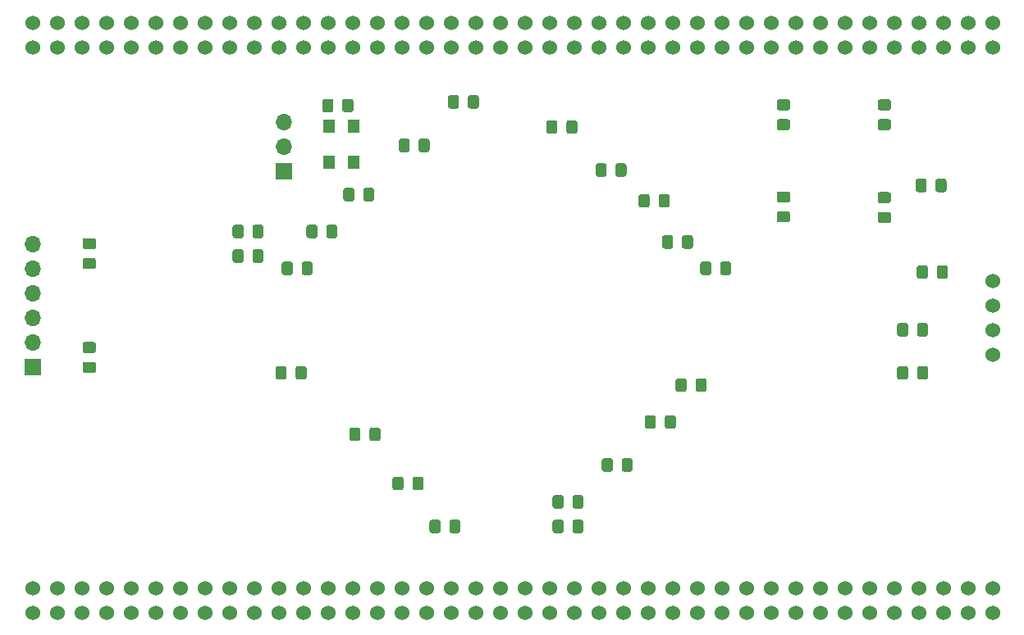
<source format=gbr>
G04 #@! TF.GenerationSoftware,KiCad,Pcbnew,(5.1.9)-1*
G04 #@! TF.CreationDate,2021-06-15T15:58:53-04:00*
G04 #@! TF.ProjectId,SuperVIC-STM32,53757065-7256-4494-932d-53544d33322e,rev?*
G04 #@! TF.SameCoordinates,Original*
G04 #@! TF.FileFunction,Soldermask,Top*
G04 #@! TF.FilePolarity,Negative*
%FSLAX46Y46*%
G04 Gerber Fmt 4.6, Leading zero omitted, Abs format (unit mm)*
G04 Created by KiCad (PCBNEW (5.1.9)-1) date 2021-06-15 15:58:53*
%MOMM*%
%LPD*%
G01*
G04 APERTURE LIST*
%ADD10R,1.700000X1.700000*%
%ADD11O,1.700000X1.700000*%
%ADD12R,1.200000X1.400000*%
%ADD13C,1.524000*%
G04 APERTURE END LIST*
G36*
G01*
X218745000Y-128085001D02*
X218745000Y-127184999D01*
G75*
G02*
X218994999Y-126935000I249999J0D01*
G01*
X219645001Y-126935000D01*
G75*
G02*
X219895000Y-127184999I0J-249999D01*
G01*
X219895000Y-128085001D01*
G75*
G02*
X219645001Y-128335000I-249999J0D01*
G01*
X218994999Y-128335000D01*
G75*
G02*
X218745000Y-128085001I0J249999D01*
G01*
G37*
G36*
G01*
X220795000Y-128085001D02*
X220795000Y-127184999D01*
G75*
G02*
X221044999Y-126935000I249999J0D01*
G01*
X221695001Y-126935000D01*
G75*
G02*
X221945000Y-127184999I0J-249999D01*
G01*
X221945000Y-128085001D01*
G75*
G02*
X221695001Y-128335000I-249999J0D01*
G01*
X221044999Y-128335000D01*
G75*
G02*
X220795000Y-128085001I0J249999D01*
G01*
G37*
G36*
G01*
X220795000Y-123640001D02*
X220795000Y-122739999D01*
G75*
G02*
X221044999Y-122490000I249999J0D01*
G01*
X221695001Y-122490000D01*
G75*
G02*
X221945000Y-122739999I0J-249999D01*
G01*
X221945000Y-123640001D01*
G75*
G02*
X221695001Y-123890000I-249999J0D01*
G01*
X221044999Y-123890000D01*
G75*
G02*
X220795000Y-123640001I0J249999D01*
G01*
G37*
G36*
G01*
X218745000Y-123640001D02*
X218745000Y-122739999D01*
G75*
G02*
X218994999Y-122490000I249999J0D01*
G01*
X219645001Y-122490000D01*
G75*
G02*
X219895000Y-122739999I0J-249999D01*
G01*
X219895000Y-123640001D01*
G75*
G02*
X219645001Y-123890000I-249999J0D01*
G01*
X218994999Y-123890000D01*
G75*
G02*
X218745000Y-123640001I0J249999D01*
G01*
G37*
G36*
G01*
X217874001Y-110103500D02*
X216973999Y-110103500D01*
G75*
G02*
X216724000Y-109853501I0J249999D01*
G01*
X216724000Y-109203499D01*
G75*
G02*
X216973999Y-108953500I249999J0D01*
G01*
X217874001Y-108953500D01*
G75*
G02*
X218124000Y-109203499I0J-249999D01*
G01*
X218124000Y-109853501D01*
G75*
G02*
X217874001Y-110103500I-249999J0D01*
G01*
G37*
G36*
G01*
X217874001Y-112153500D02*
X216973999Y-112153500D01*
G75*
G02*
X216724000Y-111903501I0J249999D01*
G01*
X216724000Y-111253499D01*
G75*
G02*
X216973999Y-111003500I249999J0D01*
G01*
X217874001Y-111003500D01*
G75*
G02*
X218124000Y-111253499I0J-249999D01*
G01*
X218124000Y-111903501D01*
G75*
G02*
X217874001Y-112153500I-249999J0D01*
G01*
G37*
G36*
G01*
X217874001Y-102565000D02*
X216973999Y-102565000D01*
G75*
G02*
X216724000Y-102315001I0J249999D01*
G01*
X216724000Y-101664999D01*
G75*
G02*
X216973999Y-101415000I249999J0D01*
G01*
X217874001Y-101415000D01*
G75*
G02*
X218124000Y-101664999I0J-249999D01*
G01*
X218124000Y-102315001D01*
G75*
G02*
X217874001Y-102565000I-249999J0D01*
G01*
G37*
G36*
G01*
X217874001Y-100515000D02*
X216973999Y-100515000D01*
G75*
G02*
X216724000Y-100265001I0J249999D01*
G01*
X216724000Y-99614999D01*
G75*
G02*
X216973999Y-99365000I249999J0D01*
G01*
X217874001Y-99365000D01*
G75*
G02*
X218124000Y-99614999I0J-249999D01*
G01*
X218124000Y-100265001D01*
G75*
G02*
X217874001Y-100515000I-249999J0D01*
G01*
G37*
G36*
G01*
X220650000Y-108717501D02*
X220650000Y-107817499D01*
G75*
G02*
X220899999Y-107567500I249999J0D01*
G01*
X221550001Y-107567500D01*
G75*
G02*
X221800000Y-107817499I0J-249999D01*
G01*
X221800000Y-108717501D01*
G75*
G02*
X221550001Y-108967500I-249999J0D01*
G01*
X220899999Y-108967500D01*
G75*
G02*
X220650000Y-108717501I0J249999D01*
G01*
G37*
G36*
G01*
X222700000Y-108717501D02*
X222700000Y-107817499D01*
G75*
G02*
X222949999Y-107567500I249999J0D01*
G01*
X223600001Y-107567500D01*
G75*
G02*
X223850000Y-107817499I0J-249999D01*
G01*
X223850000Y-108717501D01*
G75*
G02*
X223600001Y-108967500I-249999J0D01*
G01*
X222949999Y-108967500D01*
G75*
G02*
X222700000Y-108717501I0J249999D01*
G01*
G37*
G36*
G01*
X222827000Y-117671001D02*
X222827000Y-116770999D01*
G75*
G02*
X223076999Y-116521000I249999J0D01*
G01*
X223727001Y-116521000D01*
G75*
G02*
X223977000Y-116770999I0J-249999D01*
G01*
X223977000Y-117671001D01*
G75*
G02*
X223727001Y-117921000I-249999J0D01*
G01*
X223076999Y-117921000D01*
G75*
G02*
X222827000Y-117671001I0J249999D01*
G01*
G37*
G36*
G01*
X220777000Y-117671001D02*
X220777000Y-116770999D01*
G75*
G02*
X221026999Y-116521000I249999J0D01*
G01*
X221677001Y-116521000D01*
G75*
G02*
X221927000Y-116770999I0J-249999D01*
G01*
X221927000Y-117671001D01*
G75*
G02*
X221677001Y-117921000I-249999J0D01*
G01*
X221026999Y-117921000D01*
G75*
G02*
X220777000Y-117671001I0J249999D01*
G01*
G37*
G36*
G01*
X153365000Y-112579999D02*
X153365000Y-113480001D01*
G75*
G02*
X153115001Y-113730000I-249999J0D01*
G01*
X152464999Y-113730000D01*
G75*
G02*
X152215000Y-113480001I0J249999D01*
G01*
X152215000Y-112579999D01*
G75*
G02*
X152464999Y-112330000I249999J0D01*
G01*
X153115001Y-112330000D01*
G75*
G02*
X153365000Y-112579999I0J-249999D01*
G01*
G37*
G36*
G01*
X151315000Y-112579999D02*
X151315000Y-113480001D01*
G75*
G02*
X151065001Y-113730000I-249999J0D01*
G01*
X150414999Y-113730000D01*
G75*
G02*
X150165000Y-113480001I0J249999D01*
G01*
X150165000Y-112579999D01*
G75*
G02*
X150414999Y-112330000I249999J0D01*
G01*
X151065001Y-112330000D01*
G75*
G02*
X151315000Y-112579999I0J-249999D01*
G01*
G37*
G36*
G01*
X152215000Y-116020001D02*
X152215000Y-115119999D01*
G75*
G02*
X152464999Y-114870000I249999J0D01*
G01*
X153115001Y-114870000D01*
G75*
G02*
X153365000Y-115119999I0J-249999D01*
G01*
X153365000Y-116020001D01*
G75*
G02*
X153115001Y-116270000I-249999J0D01*
G01*
X152464999Y-116270000D01*
G75*
G02*
X152215000Y-116020001I0J249999D01*
G01*
G37*
G36*
G01*
X150165000Y-116020001D02*
X150165000Y-115119999D01*
G75*
G02*
X150414999Y-114870000I249999J0D01*
G01*
X151065001Y-114870000D01*
G75*
G02*
X151315000Y-115119999I0J-249999D01*
G01*
X151315000Y-116020001D01*
G75*
G02*
X151065001Y-116270000I-249999J0D01*
G01*
X150414999Y-116270000D01*
G75*
G02*
X150165000Y-116020001I0J249999D01*
G01*
G37*
G36*
G01*
X197935000Y-129355001D02*
X197935000Y-128454999D01*
G75*
G02*
X198184999Y-128205000I249999J0D01*
G01*
X198835001Y-128205000D01*
G75*
G02*
X199085000Y-128454999I0J-249999D01*
G01*
X199085000Y-129355001D01*
G75*
G02*
X198835001Y-129605000I-249999J0D01*
G01*
X198184999Y-129605000D01*
G75*
G02*
X197935000Y-129355001I0J249999D01*
G01*
G37*
G36*
G01*
X195885000Y-129355001D02*
X195885000Y-128454999D01*
G75*
G02*
X196134999Y-128205000I249999J0D01*
G01*
X196785001Y-128205000D01*
G75*
G02*
X197035000Y-128454999I0J-249999D01*
G01*
X197035000Y-129355001D01*
G75*
G02*
X196785001Y-129605000I-249999J0D01*
G01*
X196134999Y-129605000D01*
G75*
G02*
X195885000Y-129355001I0J249999D01*
G01*
G37*
G36*
G01*
X195638000Y-113659499D02*
X195638000Y-114559501D01*
G75*
G02*
X195388001Y-114809500I-249999J0D01*
G01*
X194737999Y-114809500D01*
G75*
G02*
X194488000Y-114559501I0J249999D01*
G01*
X194488000Y-113659499D01*
G75*
G02*
X194737999Y-113409500I249999J0D01*
G01*
X195388001Y-113409500D01*
G75*
G02*
X195638000Y-113659499I0J-249999D01*
G01*
G37*
G36*
G01*
X197688000Y-113659499D02*
X197688000Y-114559501D01*
G75*
G02*
X197438001Y-114809500I-249999J0D01*
G01*
X196787999Y-114809500D01*
G75*
G02*
X196538000Y-114559501I0J249999D01*
G01*
X196538000Y-113659499D01*
G75*
G02*
X196787999Y-113409500I249999J0D01*
G01*
X197438001Y-113409500D01*
G75*
G02*
X197688000Y-113659499I0J-249999D01*
G01*
G37*
G36*
G01*
X183185000Y-141420001D02*
X183185000Y-140519999D01*
G75*
G02*
X183434999Y-140270000I249999J0D01*
G01*
X184085001Y-140270000D01*
G75*
G02*
X184335000Y-140519999I0J-249999D01*
G01*
X184335000Y-141420001D01*
G75*
G02*
X184085001Y-141670000I-249999J0D01*
G01*
X183434999Y-141670000D01*
G75*
G02*
X183185000Y-141420001I0J249999D01*
G01*
G37*
G36*
G01*
X185235000Y-141420001D02*
X185235000Y-140519999D01*
G75*
G02*
X185484999Y-140270000I249999J0D01*
G01*
X186135001Y-140270000D01*
G75*
G02*
X186385000Y-140519999I0J-249999D01*
G01*
X186385000Y-141420001D01*
G75*
G02*
X186135001Y-141670000I-249999J0D01*
G01*
X185484999Y-141670000D01*
G75*
G02*
X185235000Y-141420001I0J249999D01*
G01*
G37*
G36*
G01*
X190830000Y-106229999D02*
X190830000Y-107130001D01*
G75*
G02*
X190580001Y-107380000I-249999J0D01*
G01*
X189929999Y-107380000D01*
G75*
G02*
X189680000Y-107130001I0J249999D01*
G01*
X189680000Y-106229999D01*
G75*
G02*
X189929999Y-105980000I249999J0D01*
G01*
X190580001Y-105980000D01*
G75*
G02*
X190830000Y-106229999I0J-249999D01*
G01*
G37*
G36*
G01*
X188780000Y-106229999D02*
X188780000Y-107130001D01*
G75*
G02*
X188530001Y-107380000I-249999J0D01*
G01*
X187879999Y-107380000D01*
G75*
G02*
X187630000Y-107130001I0J249999D01*
G01*
X187630000Y-106229999D01*
G75*
G02*
X187879999Y-105980000I249999J0D01*
G01*
X188530001Y-105980000D01*
G75*
G02*
X188780000Y-106229999I0J-249999D01*
G01*
G37*
G36*
G01*
X193225000Y-109404999D02*
X193225000Y-110305001D01*
G75*
G02*
X192975001Y-110555000I-249999J0D01*
G01*
X192324999Y-110555000D01*
G75*
G02*
X192075000Y-110305001I0J249999D01*
G01*
X192075000Y-109404999D01*
G75*
G02*
X192324999Y-109155000I249999J0D01*
G01*
X192975001Y-109155000D01*
G75*
G02*
X193225000Y-109404999I0J-249999D01*
G01*
G37*
G36*
G01*
X195275000Y-109404999D02*
X195275000Y-110305001D01*
G75*
G02*
X195025001Y-110555000I-249999J0D01*
G01*
X194374999Y-110555000D01*
G75*
G02*
X194125000Y-110305001I0J249999D01*
G01*
X194125000Y-109404999D01*
G75*
G02*
X194374999Y-109155000I249999J0D01*
G01*
X195025001Y-109155000D01*
G75*
G02*
X195275000Y-109404999I0J-249999D01*
G01*
G37*
G36*
G01*
X198425000Y-117290001D02*
X198425000Y-116389999D01*
G75*
G02*
X198674999Y-116140000I249999J0D01*
G01*
X199325001Y-116140000D01*
G75*
G02*
X199575000Y-116389999I0J-249999D01*
G01*
X199575000Y-117290001D01*
G75*
G02*
X199325001Y-117540000I-249999J0D01*
G01*
X198674999Y-117540000D01*
G75*
G02*
X198425000Y-117290001I0J249999D01*
G01*
G37*
G36*
G01*
X200475000Y-117290001D02*
X200475000Y-116389999D01*
G75*
G02*
X200724999Y-116140000I249999J0D01*
G01*
X201375001Y-116140000D01*
G75*
G02*
X201625000Y-116389999I0J-249999D01*
G01*
X201625000Y-117290001D01*
G75*
G02*
X201375001Y-117540000I-249999J0D01*
G01*
X200724999Y-117540000D01*
G75*
G02*
X200475000Y-117290001I0J249999D01*
G01*
G37*
G36*
G01*
X195910000Y-132264999D02*
X195910000Y-133165001D01*
G75*
G02*
X195660001Y-133415000I-249999J0D01*
G01*
X195009999Y-133415000D01*
G75*
G02*
X194760000Y-133165001I0J249999D01*
G01*
X194760000Y-132264999D01*
G75*
G02*
X195009999Y-132015000I249999J0D01*
G01*
X195660001Y-132015000D01*
G75*
G02*
X195910000Y-132264999I0J-249999D01*
G01*
G37*
G36*
G01*
X193860000Y-132264999D02*
X193860000Y-133165001D01*
G75*
G02*
X193610001Y-133415000I-249999J0D01*
G01*
X192959999Y-133415000D01*
G75*
G02*
X192710000Y-133165001I0J249999D01*
G01*
X192710000Y-132264999D01*
G75*
G02*
X192959999Y-132015000I249999J0D01*
G01*
X193610001Y-132015000D01*
G75*
G02*
X193860000Y-132264999I0J-249999D01*
G01*
G37*
G36*
G01*
X164280000Y-134435001D02*
X164280000Y-133534999D01*
G75*
G02*
X164529999Y-133285000I249999J0D01*
G01*
X165180001Y-133285000D01*
G75*
G02*
X165430000Y-133534999I0J-249999D01*
G01*
X165430000Y-134435001D01*
G75*
G02*
X165180001Y-134685000I-249999J0D01*
G01*
X164529999Y-134685000D01*
G75*
G02*
X164280000Y-134435001I0J249999D01*
G01*
G37*
G36*
G01*
X162230000Y-134435001D02*
X162230000Y-133534999D01*
G75*
G02*
X162479999Y-133285000I249999J0D01*
G01*
X163130001Y-133285000D01*
G75*
G02*
X163380000Y-133534999I0J-249999D01*
G01*
X163380000Y-134435001D01*
G75*
G02*
X163130001Y-134685000I-249999J0D01*
G01*
X162479999Y-134685000D01*
G75*
G02*
X162230000Y-134435001I0J249999D01*
G01*
G37*
G36*
G01*
X168725000Y-139515001D02*
X168725000Y-138614999D01*
G75*
G02*
X168974999Y-138365000I249999J0D01*
G01*
X169625001Y-138365000D01*
G75*
G02*
X169875000Y-138614999I0J-249999D01*
G01*
X169875000Y-139515001D01*
G75*
G02*
X169625001Y-139765000I-249999J0D01*
G01*
X168974999Y-139765000D01*
G75*
G02*
X168725000Y-139515001I0J249999D01*
G01*
G37*
G36*
G01*
X166675000Y-139515001D02*
X166675000Y-138614999D01*
G75*
G02*
X166924999Y-138365000I249999J0D01*
G01*
X167575001Y-138365000D01*
G75*
G02*
X167825000Y-138614999I0J-249999D01*
G01*
X167825000Y-139515001D01*
G75*
G02*
X167575001Y-139765000I-249999J0D01*
G01*
X166924999Y-139765000D01*
G75*
G02*
X166675000Y-139515001I0J249999D01*
G01*
G37*
G36*
G01*
X173685000Y-143059999D02*
X173685000Y-143960001D01*
G75*
G02*
X173435001Y-144210000I-249999J0D01*
G01*
X172784999Y-144210000D01*
G75*
G02*
X172535000Y-143960001I0J249999D01*
G01*
X172535000Y-143059999D01*
G75*
G02*
X172784999Y-142810000I249999J0D01*
G01*
X173435001Y-142810000D01*
G75*
G02*
X173685000Y-143059999I0J-249999D01*
G01*
G37*
G36*
G01*
X171635000Y-143059999D02*
X171635000Y-143960001D01*
G75*
G02*
X171385001Y-144210000I-249999J0D01*
G01*
X170734999Y-144210000D01*
G75*
G02*
X170485000Y-143960001I0J249999D01*
G01*
X170485000Y-143059999D01*
G75*
G02*
X170734999Y-142810000I249999J0D01*
G01*
X171385001Y-142810000D01*
G75*
G02*
X171635000Y-143059999I0J-249999D01*
G01*
G37*
G36*
G01*
X183185000Y-143960001D02*
X183185000Y-143059999D01*
G75*
G02*
X183434999Y-142810000I249999J0D01*
G01*
X184085001Y-142810000D01*
G75*
G02*
X184335000Y-143059999I0J-249999D01*
G01*
X184335000Y-143960001D01*
G75*
G02*
X184085001Y-144210000I-249999J0D01*
G01*
X183434999Y-144210000D01*
G75*
G02*
X183185000Y-143960001I0J249999D01*
G01*
G37*
G36*
G01*
X185235000Y-143960001D02*
X185235000Y-143059999D01*
G75*
G02*
X185484999Y-142810000I249999J0D01*
G01*
X186135001Y-142810000D01*
G75*
G02*
X186385000Y-143059999I0J-249999D01*
G01*
X186385000Y-143960001D01*
G75*
G02*
X186135001Y-144210000I-249999J0D01*
G01*
X185484999Y-144210000D01*
G75*
G02*
X185235000Y-143960001I0J249999D01*
G01*
G37*
G36*
G01*
X190315000Y-137610001D02*
X190315000Y-136709999D01*
G75*
G02*
X190564999Y-136460000I249999J0D01*
G01*
X191215001Y-136460000D01*
G75*
G02*
X191465000Y-136709999I0J-249999D01*
G01*
X191465000Y-137610001D01*
G75*
G02*
X191215001Y-137860000I-249999J0D01*
G01*
X190564999Y-137860000D01*
G75*
G02*
X190315000Y-137610001I0J249999D01*
G01*
G37*
G36*
G01*
X188265000Y-137610001D02*
X188265000Y-136709999D01*
G75*
G02*
X188514999Y-136460000I249999J0D01*
G01*
X189165001Y-136460000D01*
G75*
G02*
X189415000Y-136709999I0J-249999D01*
G01*
X189415000Y-137610001D01*
G75*
G02*
X189165001Y-137860000I-249999J0D01*
G01*
X188514999Y-137860000D01*
G75*
G02*
X188265000Y-137610001I0J249999D01*
G01*
G37*
G36*
G01*
X207460001Y-110040000D02*
X206559999Y-110040000D01*
G75*
G02*
X206310000Y-109790001I0J249999D01*
G01*
X206310000Y-109139999D01*
G75*
G02*
X206559999Y-108890000I249999J0D01*
G01*
X207460001Y-108890000D01*
G75*
G02*
X207710000Y-109139999I0J-249999D01*
G01*
X207710000Y-109790001D01*
G75*
G02*
X207460001Y-110040000I-249999J0D01*
G01*
G37*
G36*
G01*
X207460001Y-112090000D02*
X206559999Y-112090000D01*
G75*
G02*
X206310000Y-111840001I0J249999D01*
G01*
X206310000Y-111189999D01*
G75*
G02*
X206559999Y-110940000I249999J0D01*
G01*
X207460001Y-110940000D01*
G75*
G02*
X207710000Y-111189999I0J-249999D01*
G01*
X207710000Y-111840001D01*
G75*
G02*
X207460001Y-112090000I-249999J0D01*
G01*
G37*
G36*
G01*
X182550000Y-102685001D02*
X182550000Y-101784999D01*
G75*
G02*
X182799999Y-101535000I249999J0D01*
G01*
X183450001Y-101535000D01*
G75*
G02*
X183700000Y-101784999I0J-249999D01*
G01*
X183700000Y-102685001D01*
G75*
G02*
X183450001Y-102935000I-249999J0D01*
G01*
X182799999Y-102935000D01*
G75*
G02*
X182550000Y-102685001I0J249999D01*
G01*
G37*
G36*
G01*
X184600000Y-102685001D02*
X184600000Y-101784999D01*
G75*
G02*
X184849999Y-101535000I249999J0D01*
G01*
X185500001Y-101535000D01*
G75*
G02*
X185750000Y-101784999I0J-249999D01*
G01*
X185750000Y-102685001D01*
G75*
G02*
X185500001Y-102935000I-249999J0D01*
G01*
X184849999Y-102935000D01*
G75*
G02*
X184600000Y-102685001I0J249999D01*
G01*
G37*
G36*
G01*
X175590000Y-99181499D02*
X175590000Y-100081501D01*
G75*
G02*
X175340001Y-100331500I-249999J0D01*
G01*
X174689999Y-100331500D01*
G75*
G02*
X174440000Y-100081501I0J249999D01*
G01*
X174440000Y-99181499D01*
G75*
G02*
X174689999Y-98931500I249999J0D01*
G01*
X175340001Y-98931500D01*
G75*
G02*
X175590000Y-99181499I0J-249999D01*
G01*
G37*
G36*
G01*
X173540000Y-99181499D02*
X173540000Y-100081501D01*
G75*
G02*
X173290001Y-100331500I-249999J0D01*
G01*
X172639999Y-100331500D01*
G75*
G02*
X172390000Y-100081501I0J249999D01*
G01*
X172390000Y-99181499D01*
G75*
G02*
X172639999Y-98931500I249999J0D01*
G01*
X173290001Y-98931500D01*
G75*
G02*
X173540000Y-99181499I0J-249999D01*
G01*
G37*
G36*
G01*
X207460001Y-100515000D02*
X206559999Y-100515000D01*
G75*
G02*
X206310000Y-100265001I0J249999D01*
G01*
X206310000Y-99614999D01*
G75*
G02*
X206559999Y-99365000I249999J0D01*
G01*
X207460001Y-99365000D01*
G75*
G02*
X207710000Y-99614999I0J-249999D01*
G01*
X207710000Y-100265001D01*
G75*
G02*
X207460001Y-100515000I-249999J0D01*
G01*
G37*
G36*
G01*
X207460001Y-102565000D02*
X206559999Y-102565000D01*
G75*
G02*
X206310000Y-102315001I0J249999D01*
G01*
X206310000Y-101664999D01*
G75*
G02*
X206559999Y-101415000I249999J0D01*
G01*
X207460001Y-101415000D01*
G75*
G02*
X207710000Y-101664999I0J-249999D01*
G01*
X207710000Y-102315001D01*
G75*
G02*
X207460001Y-102565000I-249999J0D01*
G01*
G37*
G36*
G01*
X169360000Y-104590001D02*
X169360000Y-103689999D01*
G75*
G02*
X169609999Y-103440000I249999J0D01*
G01*
X170260001Y-103440000D01*
G75*
G02*
X170510000Y-103689999I0J-249999D01*
G01*
X170510000Y-104590001D01*
G75*
G02*
X170260001Y-104840000I-249999J0D01*
G01*
X169609999Y-104840000D01*
G75*
G02*
X169360000Y-104590001I0J249999D01*
G01*
G37*
G36*
G01*
X167310000Y-104590001D02*
X167310000Y-103689999D01*
G75*
G02*
X167559999Y-103440000I249999J0D01*
G01*
X168210001Y-103440000D01*
G75*
G02*
X168460000Y-103689999I0J-249999D01*
G01*
X168460000Y-104590001D01*
G75*
G02*
X168210001Y-104840000I-249999J0D01*
G01*
X167559999Y-104840000D01*
G75*
G02*
X167310000Y-104590001I0J249999D01*
G01*
G37*
G36*
G01*
X164795000Y-108769999D02*
X164795000Y-109670001D01*
G75*
G02*
X164545001Y-109920000I-249999J0D01*
G01*
X163894999Y-109920000D01*
G75*
G02*
X163645000Y-109670001I0J249999D01*
G01*
X163645000Y-108769999D01*
G75*
G02*
X163894999Y-108520000I249999J0D01*
G01*
X164545001Y-108520000D01*
G75*
G02*
X164795000Y-108769999I0J-249999D01*
G01*
G37*
G36*
G01*
X162745000Y-108769999D02*
X162745000Y-109670001D01*
G75*
G02*
X162495001Y-109920000I-249999J0D01*
G01*
X161844999Y-109920000D01*
G75*
G02*
X161595000Y-109670001I0J249999D01*
G01*
X161595000Y-108769999D01*
G75*
G02*
X161844999Y-108520000I249999J0D01*
G01*
X162495001Y-108520000D01*
G75*
G02*
X162745000Y-108769999I0J-249999D01*
G01*
G37*
G36*
G01*
X160985000Y-112579999D02*
X160985000Y-113480001D01*
G75*
G02*
X160735001Y-113730000I-249999J0D01*
G01*
X160084999Y-113730000D01*
G75*
G02*
X159835000Y-113480001I0J249999D01*
G01*
X159835000Y-112579999D01*
G75*
G02*
X160084999Y-112330000I249999J0D01*
G01*
X160735001Y-112330000D01*
G75*
G02*
X160985000Y-112579999I0J-249999D01*
G01*
G37*
G36*
G01*
X158935000Y-112579999D02*
X158935000Y-113480001D01*
G75*
G02*
X158685001Y-113730000I-249999J0D01*
G01*
X158034999Y-113730000D01*
G75*
G02*
X157785000Y-113480001I0J249999D01*
G01*
X157785000Y-112579999D01*
G75*
G02*
X158034999Y-112330000I249999J0D01*
G01*
X158685001Y-112330000D01*
G75*
G02*
X158935000Y-112579999I0J-249999D01*
G01*
G37*
G36*
G01*
X156395000Y-116389999D02*
X156395000Y-117290001D01*
G75*
G02*
X156145001Y-117540000I-249999J0D01*
G01*
X155494999Y-117540000D01*
G75*
G02*
X155245000Y-117290001I0J249999D01*
G01*
X155245000Y-116389999D01*
G75*
G02*
X155494999Y-116140000I249999J0D01*
G01*
X156145001Y-116140000D01*
G75*
G02*
X156395000Y-116389999I0J-249999D01*
G01*
G37*
G36*
G01*
X158445000Y-116389999D02*
X158445000Y-117290001D01*
G75*
G02*
X158195001Y-117540000I-249999J0D01*
G01*
X157544999Y-117540000D01*
G75*
G02*
X157295000Y-117290001I0J249999D01*
G01*
X157295000Y-116389999D01*
G75*
G02*
X157544999Y-116140000I249999J0D01*
G01*
X158195001Y-116140000D01*
G75*
G02*
X158445000Y-116389999I0J-249999D01*
G01*
G37*
G36*
G01*
X154610000Y-128085001D02*
X154610000Y-127184999D01*
G75*
G02*
X154859999Y-126935000I249999J0D01*
G01*
X155510001Y-126935000D01*
G75*
G02*
X155760000Y-127184999I0J-249999D01*
G01*
X155760000Y-128085001D01*
G75*
G02*
X155510001Y-128335000I-249999J0D01*
G01*
X154859999Y-128335000D01*
G75*
G02*
X154610000Y-128085001I0J249999D01*
G01*
G37*
G36*
G01*
X156660000Y-128085001D02*
X156660000Y-127184999D01*
G75*
G02*
X156909999Y-126935000I249999J0D01*
G01*
X157560001Y-126935000D01*
G75*
G02*
X157810000Y-127184999I0J-249999D01*
G01*
X157810000Y-128085001D01*
G75*
G02*
X157560001Y-128335000I-249999J0D01*
G01*
X156909999Y-128335000D01*
G75*
G02*
X156660000Y-128085001I0J249999D01*
G01*
G37*
D10*
X129540000Y-127000000D03*
D11*
X129540000Y-124460000D03*
X129540000Y-121920000D03*
X129540000Y-119380000D03*
X129540000Y-116840000D03*
X129540000Y-114300000D03*
G36*
G01*
X134931999Y-124447500D02*
X135832001Y-124447500D01*
G75*
G02*
X136082000Y-124697499I0J-249999D01*
G01*
X136082000Y-125347501D01*
G75*
G02*
X135832001Y-125597500I-249999J0D01*
G01*
X134931999Y-125597500D01*
G75*
G02*
X134682000Y-125347501I0J249999D01*
G01*
X134682000Y-124697499D01*
G75*
G02*
X134931999Y-124447500I249999J0D01*
G01*
G37*
G36*
G01*
X134931999Y-126497500D02*
X135832001Y-126497500D01*
G75*
G02*
X136082000Y-126747499I0J-249999D01*
G01*
X136082000Y-127397501D01*
G75*
G02*
X135832001Y-127647500I-249999J0D01*
G01*
X134931999Y-127647500D01*
G75*
G02*
X134682000Y-127397501I0J249999D01*
G01*
X134682000Y-126747499D01*
G75*
G02*
X134931999Y-126497500I249999J0D01*
G01*
G37*
G36*
G01*
X135832001Y-114866000D02*
X134931999Y-114866000D01*
G75*
G02*
X134682000Y-114616001I0J249999D01*
G01*
X134682000Y-113965999D01*
G75*
G02*
X134931999Y-113716000I249999J0D01*
G01*
X135832001Y-113716000D01*
G75*
G02*
X136082000Y-113965999I0J-249999D01*
G01*
X136082000Y-114616001D01*
G75*
G02*
X135832001Y-114866000I-249999J0D01*
G01*
G37*
G36*
G01*
X135832001Y-116916000D02*
X134931999Y-116916000D01*
G75*
G02*
X134682000Y-116666001I0J249999D01*
G01*
X134682000Y-116015999D01*
G75*
G02*
X134931999Y-115766000I249999J0D01*
G01*
X135832001Y-115766000D01*
G75*
G02*
X136082000Y-116015999I0J-249999D01*
G01*
X136082000Y-116666001D01*
G75*
G02*
X135832001Y-116916000I-249999J0D01*
G01*
G37*
G36*
G01*
X159436000Y-100462501D02*
X159436000Y-99562499D01*
G75*
G02*
X159685999Y-99312500I249999J0D01*
G01*
X160336001Y-99312500D01*
G75*
G02*
X160586000Y-99562499I0J-249999D01*
G01*
X160586000Y-100462501D01*
G75*
G02*
X160336001Y-100712500I-249999J0D01*
G01*
X159685999Y-100712500D01*
G75*
G02*
X159436000Y-100462501I0J249999D01*
G01*
G37*
G36*
G01*
X161486000Y-100462501D02*
X161486000Y-99562499D01*
G75*
G02*
X161735999Y-99312500I249999J0D01*
G01*
X162386001Y-99312500D01*
G75*
G02*
X162636000Y-99562499I0J-249999D01*
G01*
X162636000Y-100462501D01*
G75*
G02*
X162386001Y-100712500I-249999J0D01*
G01*
X161735999Y-100712500D01*
G75*
G02*
X161486000Y-100462501I0J249999D01*
G01*
G37*
D10*
X155448000Y-106794300D03*
D11*
X155448000Y-104254300D03*
X155448000Y-101714300D03*
D12*
X160147000Y-105863000D03*
X162687000Y-105863000D03*
X162687000Y-102163000D03*
X160147000Y-102163000D03*
D13*
X228600000Y-152400000D03*
X226060000Y-152400000D03*
X223520000Y-152400000D03*
X220980000Y-152400000D03*
X218440000Y-152400000D03*
X215900000Y-152400000D03*
X213360000Y-152400000D03*
X210820000Y-152400000D03*
X208280000Y-152400000D03*
X205740000Y-152400000D03*
X203200000Y-152400000D03*
X200660000Y-152400000D03*
X198120000Y-152400000D03*
X195580000Y-152400000D03*
X193040000Y-152400000D03*
X190500000Y-152400000D03*
X187960000Y-152400000D03*
X185420000Y-152400000D03*
X182880000Y-152400000D03*
X180340000Y-152400000D03*
X177800000Y-152400000D03*
X175260000Y-152400000D03*
X172720000Y-152400000D03*
X170180000Y-152400000D03*
X167640000Y-152400000D03*
X165100000Y-152400000D03*
X162560000Y-152400000D03*
X160020000Y-152400000D03*
X157480000Y-152400000D03*
X154940000Y-152400000D03*
X152400000Y-152400000D03*
X149860000Y-152400000D03*
X147320000Y-152400000D03*
X144780000Y-152400000D03*
X142240000Y-152400000D03*
X139700000Y-152400000D03*
X137160000Y-152400000D03*
X134620000Y-152400000D03*
X132080000Y-152400000D03*
X129540000Y-152400000D03*
X228600000Y-149860000D03*
X226060000Y-149860000D03*
X223520000Y-149860000D03*
X220980000Y-149860000D03*
X218440000Y-149860000D03*
X215900000Y-149860000D03*
X213360000Y-149860000D03*
X210820000Y-149860000D03*
X208280000Y-149860000D03*
X205740000Y-149860000D03*
X203200000Y-149860000D03*
X200660000Y-149860000D03*
X198120000Y-149860000D03*
X195580000Y-149860000D03*
X193040000Y-149860000D03*
X190500000Y-149860000D03*
X187960000Y-149860000D03*
X185420000Y-149860000D03*
X182880000Y-149860000D03*
X180340000Y-149860000D03*
X177800000Y-149860000D03*
X175260000Y-149860000D03*
X172720000Y-149860000D03*
X170180000Y-149860000D03*
X167640000Y-149860000D03*
X165100000Y-149860000D03*
X162560000Y-149860000D03*
X160020000Y-149860000D03*
X157480000Y-149860000D03*
X154940000Y-149860000D03*
X152400000Y-149860000D03*
X149860000Y-149860000D03*
X147320000Y-149860000D03*
X144780000Y-149860000D03*
X142240000Y-149860000D03*
X139700000Y-149860000D03*
X137160000Y-149860000D03*
X134620000Y-149860000D03*
X132080000Y-149860000D03*
X129540000Y-149860000D03*
X228600000Y-91440000D03*
X226060000Y-91440000D03*
X223520000Y-91440000D03*
X220980000Y-91440000D03*
X218440000Y-91440000D03*
X215900000Y-91440000D03*
X213360000Y-91440000D03*
X210820000Y-91440000D03*
X208280000Y-91440000D03*
X205740000Y-91440000D03*
X203200000Y-91440000D03*
X200660000Y-91440000D03*
X198120000Y-91440000D03*
X195580000Y-91440000D03*
X193040000Y-91440000D03*
X190500000Y-91440000D03*
X187960000Y-91440000D03*
X185420000Y-91440000D03*
X182880000Y-91440000D03*
X180340000Y-91440000D03*
X177800000Y-91440000D03*
X175260000Y-91440000D03*
X172720000Y-91440000D03*
X170180000Y-91440000D03*
X167640000Y-91440000D03*
X165100000Y-91440000D03*
X162560000Y-91440000D03*
X160020000Y-91440000D03*
X157480000Y-91440000D03*
X154940000Y-91440000D03*
X152400000Y-91440000D03*
X149860000Y-91440000D03*
X147320000Y-91440000D03*
X144780000Y-91440000D03*
X142240000Y-91440000D03*
X139700000Y-91440000D03*
X137160000Y-91440000D03*
X134620000Y-91440000D03*
X132080000Y-91440000D03*
X129540000Y-91440000D03*
X228600000Y-93980000D03*
X226060000Y-93980000D03*
X223520000Y-93980000D03*
X220980000Y-93980000D03*
X218440000Y-93980000D03*
X215900000Y-93980000D03*
X213360000Y-93980000D03*
X210820000Y-93980000D03*
X208280000Y-93980000D03*
X205740000Y-93980000D03*
X203200000Y-93980000D03*
X200660000Y-93980000D03*
X198120000Y-93980000D03*
X195580000Y-93980000D03*
X193040000Y-93980000D03*
X190500000Y-93980000D03*
X187960000Y-93980000D03*
X185420000Y-93980000D03*
X182880000Y-93980000D03*
X180340000Y-93980000D03*
X177800000Y-93980000D03*
X175260000Y-93980000D03*
X172720000Y-93980000D03*
X170180000Y-93980000D03*
X167640000Y-93980000D03*
X165100000Y-93980000D03*
X162560000Y-93980000D03*
X160020000Y-93980000D03*
X157480000Y-93980000D03*
X154940000Y-93980000D03*
X152400000Y-93980000D03*
X149860000Y-93980000D03*
X147320000Y-93980000D03*
X144780000Y-93980000D03*
X142240000Y-93980000D03*
X139700000Y-93980000D03*
X137160000Y-93980000D03*
X134620000Y-93980000D03*
X132080000Y-93980000D03*
X129540000Y-93980000D03*
X228600000Y-125730000D03*
X228600000Y-123190000D03*
X228600000Y-120650000D03*
X228600000Y-118110000D03*
M02*

</source>
